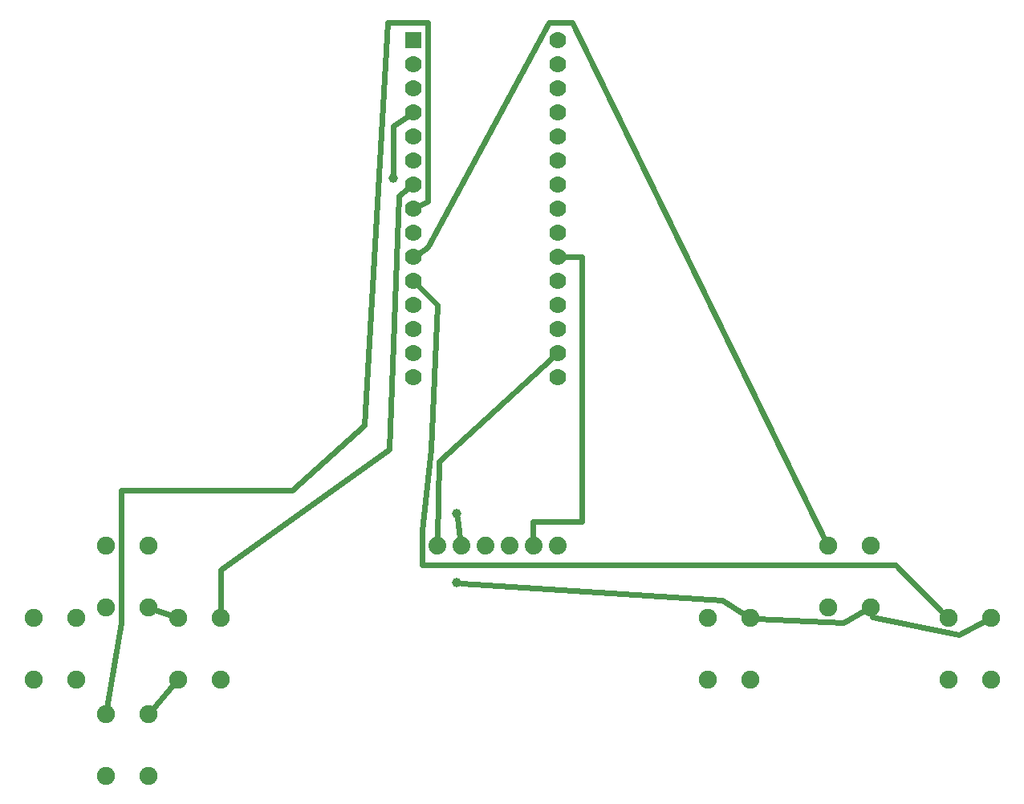
<source format=gtl>
G04 MADE WITH FRITZING*
G04 WWW.FRITZING.ORG*
G04 DOUBLE SIDED*
G04 HOLES PLATED*
G04 CONTOUR ON CENTER OF CONTOUR VECTOR*
%ASAXBY*%
%FSLAX23Y23*%
%MOIN*%
%OFA0B0*%
%SFA1.0B1.0*%
%ADD10C,0.070000*%
%ADD11C,0.075000*%
%ADD12C,0.074000*%
%ADD13C,0.039370*%
%ADD14R,0.069972X0.070000*%
%ADD15C,0.024000*%
%LNCOPPER1*%
G90*
G70*
G54D10*
X2006Y3320D03*
X2006Y3220D03*
X2006Y3120D03*
X2006Y3020D03*
X2006Y2920D03*
X2006Y2820D03*
X2006Y2720D03*
X2006Y2620D03*
X2006Y2520D03*
X2006Y2420D03*
X2006Y2320D03*
X2006Y2220D03*
X2006Y2120D03*
X2006Y2020D03*
X2006Y1920D03*
X2606Y3320D03*
X2606Y3220D03*
X2606Y3120D03*
X2606Y3020D03*
X2606Y2920D03*
X2606Y2820D03*
X2606Y2720D03*
X2606Y2620D03*
X2606Y2520D03*
X2606Y2420D03*
X2606Y2320D03*
X2606Y2220D03*
X2606Y2120D03*
X2606Y2020D03*
X2606Y1920D03*
G54D11*
X1029Y665D03*
X1029Y920D03*
X1206Y665D03*
X1206Y920D03*
X729Y965D03*
X729Y1220D03*
X906Y965D03*
X906Y1220D03*
X729Y265D03*
X729Y520D03*
X906Y265D03*
X906Y520D03*
X3729Y965D03*
X3729Y1220D03*
X3906Y965D03*
X3906Y1220D03*
X3229Y665D03*
X3229Y920D03*
X3406Y665D03*
X3406Y920D03*
X429Y665D03*
X429Y920D03*
X606Y665D03*
X606Y920D03*
X4229Y665D03*
X4229Y920D03*
X4406Y665D03*
X4406Y920D03*
G54D12*
X2606Y1220D03*
X2506Y1220D03*
X2406Y1220D03*
X2306Y1220D03*
X2206Y1220D03*
X2106Y1220D03*
G54D13*
X1923Y2748D03*
X2187Y1068D03*
X2187Y1356D03*
G54D14*
X2006Y3320D03*
G54D15*
X1207Y1121D02*
X1906Y1620D01*
D02*
X1206Y949D02*
X1207Y1121D01*
D02*
X1906Y1620D02*
X1947Y2676D01*
D02*
X1947Y2676D02*
X1983Y2703D01*
D02*
X2032Y2634D02*
X2067Y2652D01*
D02*
X2067Y2652D02*
X2067Y3396D01*
D02*
X2067Y3396D02*
X1899Y3396D01*
D02*
X1805Y1722D02*
X1505Y1452D01*
D02*
X1899Y3396D02*
X1805Y1722D01*
D02*
X1505Y1452D02*
X795Y1452D01*
D02*
X795Y1452D02*
X795Y900D01*
D02*
X795Y900D02*
X734Y549D01*
D02*
X2505Y1252D02*
X2505Y1321D01*
D02*
X2505Y1321D02*
X2706Y1321D01*
D02*
X2706Y1321D02*
X2706Y2420D01*
D02*
X2706Y2420D02*
X2635Y2420D01*
D02*
X2584Y2001D02*
X2115Y1572D01*
D02*
X2115Y1572D02*
X2107Y1252D01*
D02*
X2030Y2436D02*
X2067Y2460D01*
D02*
X2067Y2460D02*
X2571Y3396D01*
D02*
X2571Y3396D02*
X2667Y3396D01*
D02*
X2667Y3396D02*
X3716Y1246D01*
D02*
X2026Y2300D02*
X2106Y2221D01*
D02*
X2106Y2221D02*
X2079Y1620D01*
D02*
X2079Y1620D02*
X2043Y1284D01*
D02*
X2043Y1284D02*
X2043Y1140D01*
D02*
X2043Y1140D02*
X4011Y1140D01*
D02*
X4011Y1140D02*
X4208Y941D01*
D02*
X1002Y930D02*
X933Y955D01*
D02*
X924Y542D02*
X1010Y643D01*
D02*
X2201Y1251D02*
X2189Y1337D01*
D02*
X3382Y936D02*
X3291Y996D01*
D02*
X3291Y996D02*
X2206Y1066D01*
D02*
X3881Y950D02*
X3795Y900D01*
D02*
X3795Y900D02*
X3434Y919D01*
D02*
X4380Y907D02*
X4275Y852D01*
D02*
X4275Y852D02*
X3915Y924D01*
D02*
X3915Y924D02*
X3912Y937D01*
D02*
X1982Y3004D02*
X1923Y2964D01*
D02*
X1923Y2964D02*
X1923Y2767D01*
G04 End of Copper1*
M02*
</source>
